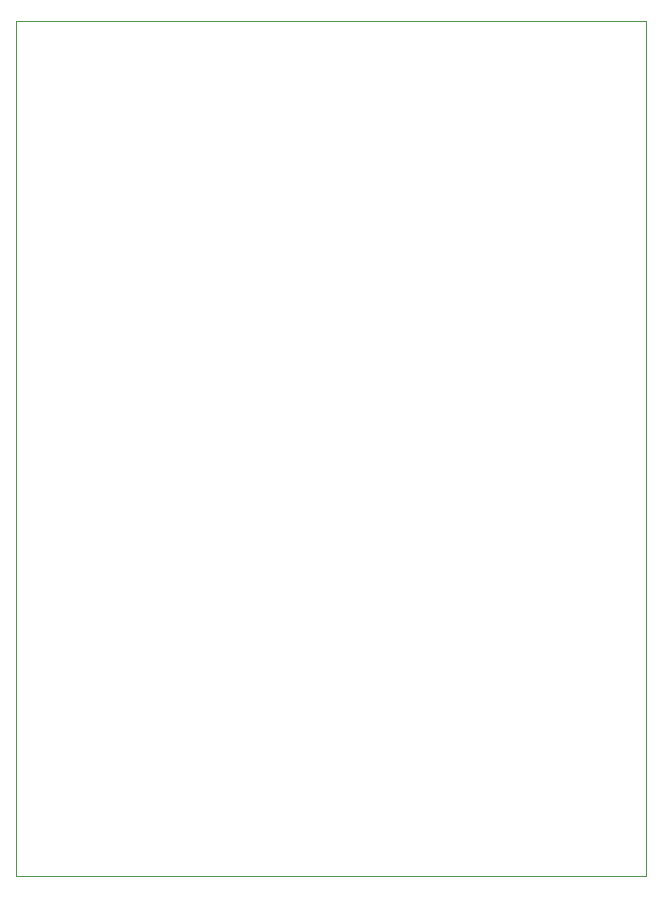
<source format=gbr>
%TF.GenerationSoftware,KiCad,Pcbnew,5.1.6+dfsg1-1*%
%TF.CreationDate,2020-08-05T10:23:58+08:00*%
%TF.ProjectId,stm32dev-analog,73746d33-3264-4657-962d-616e616c6f67,rev?*%
%TF.SameCoordinates,Original*%
%TF.FileFunction,Profile,NP*%
%FSLAX46Y46*%
G04 Gerber Fmt 4.6, Leading zero omitted, Abs format (unit mm)*
G04 Created by KiCad (PCBNEW 5.1.6+dfsg1-1) date 2020-08-05 10:23:58*
%MOMM*%
%LPD*%
G01*
G04 APERTURE LIST*
%TA.AperFunction,Profile*%
%ADD10C,0.050000*%
%TD*%
G04 APERTURE END LIST*
D10*
X102870000Y-99060000D02*
X102870000Y-26670000D01*
X156210000Y-99060000D02*
X102870000Y-99060000D01*
X156210000Y-26670000D02*
X156210000Y-99060000D01*
X102870000Y-26670000D02*
X156210000Y-26670000D01*
M02*

</source>
